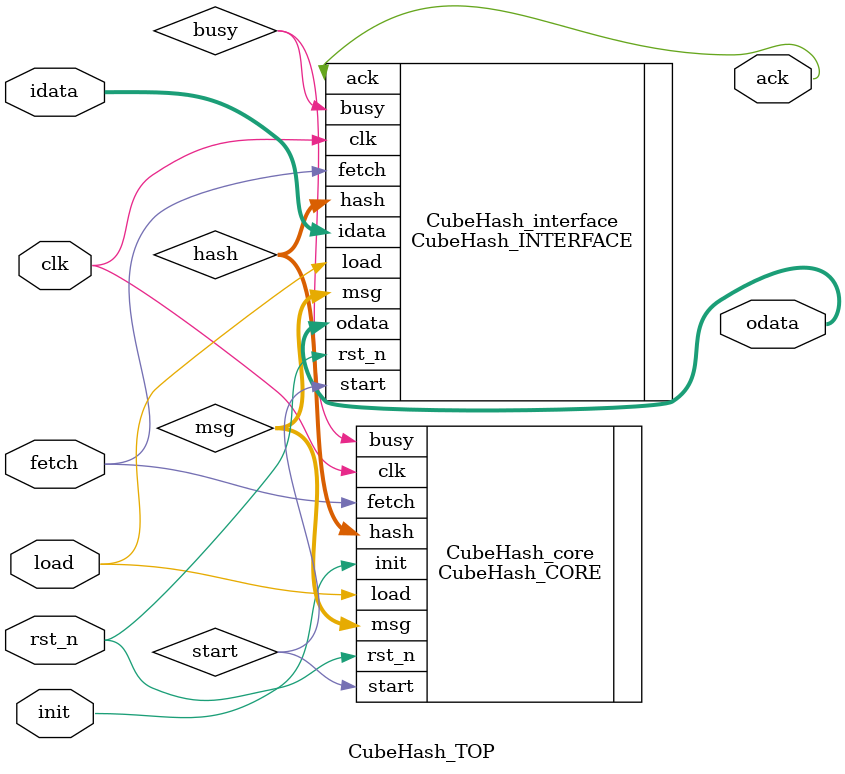
<source format=v>
module CubeHash_TOP(
                   clk, 
                   rst_n,
                   init, 
                   load, 
                   fetch,
                   idata, 
                   odata,
                   ack);
input         clk;
input         rst_n;
input         init;
input         load;
input         fetch;
input  [15:0] idata;
output        ack;
output [15:0] odata;

wire [255:0] msg;
wire [255:0] hash;
wire         busy;
wire         start;

CubeHash_INTERFACE CubeHash_interface(
   .clk(clk), 
   .rst_n(rst_n),
   .load(load), 
   .fetch(fetch),
   .idata(idata), 
   .odata(odata),
   .busy(busy), 
   .start(start), 
   .ack(ack),
   .msg(msg), 
   .hash(hash));

CubeHash_CORE CubeHash_core(
   .clk(clk), 
   .rst_n(rst_n),
   .init(init), 
   .busy(busy), 
   .start(start), 
   .msg(msg), 
   .hash(hash), 
   .fetch(fetch), 
   .load(load));

endmodule



</source>
